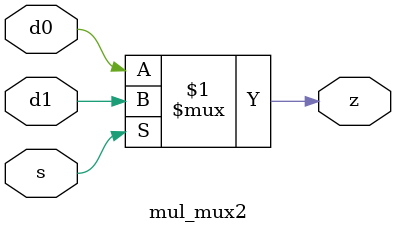
<source format=v>
module mul_mux2 ( z, d0, d1, s );
output  z;
input  d0, d1, s;
assign z = s ? d1 : d0 ;
endmodule
</source>
